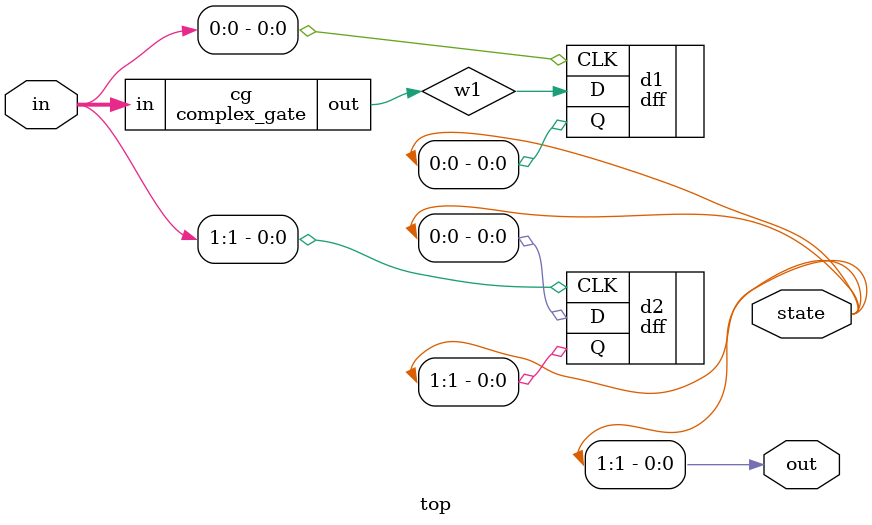
<source format=v>
module and_gate(
    input wire a,
    input wire b,
    output wire y
);
    and (y, a, b);
endmodule

module or_gate(
    input wire a,
    input wire b,
    output wire y
);
    or (y, a, b);
endmodule

module complex_gate(
    input wire [1:0] in,
    output wire out
);
    wire w1, w2;
    
    and_gate and1(.a(in[0]), .b(in[1]), .y(w1));
    or_gate or1(.a(in[0]), .b(in[1]), .y(w2));
    xor (out, w1, w2);
endmodule

module top(
    input wire [1:0] in,
    output wire out,
    output wire [1:0] state
);
    wire w1;
    
    complex_gate cg(.in(in), .out(w1));
    dff d1(.D(w1), .Q(state[0]), .CLK(in[0]));
    dff d2(.D(state[0]), .Q(state[1]), .CLK(in[1]));
    assign out = state[1];
endmodule 
</source>
